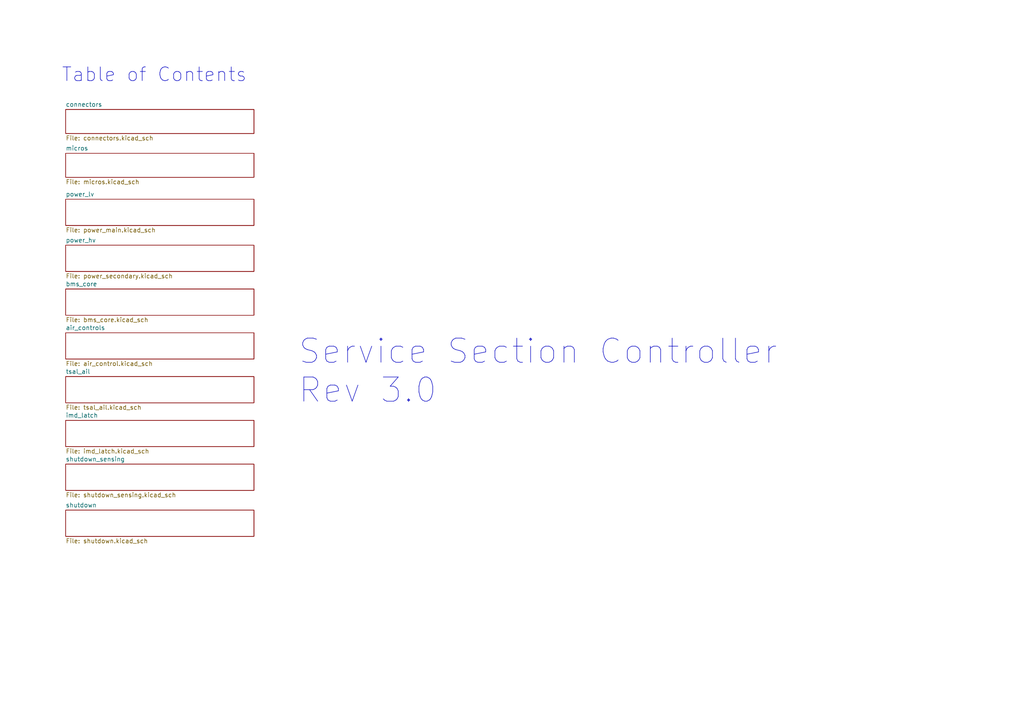
<source format=kicad_sch>
(kicad_sch (version 20211123) (generator eeschema)
  (paper "A4")
  (lib_symbols)
  (text "Table of Contents" (at 17.78 24.13 0) (effects (font (size 3.9878 3.9878)) (justify left bottom)))
  (text "Service Section Controller\nRev 3.0" (at 86.36 117.475 0) (effects (font (size 7.0104 7.0104)) (justify left bottom)))
  (sheet (at 19.05 71.12) (size 54.61 7.62)
    (property "Sheet name" "power_hv" (at 19.05 70.4084 0) (effects (justify left bottom)))
    (property "Sheet file" "power_secondary.kicad_sch" (at 19.05 79.3246 0) (effects (justify left top)))
  )
  (sheet (at 19.05 121.92) (size 54.61 7.62)
    (property "Sheet name" "imd_latch" (at 19.05 121.2084 0) (effects (justify left bottom)))
    (property "Sheet file" "imd_latch.kicad_sch" (at 19.05 130.1246 0) (effects (justify left top)))
  )
  (sheet (at 19.05 31.75) (size 54.61 6.985)
    (property "Sheet name" "connectors" (at 19.05 31.0384 0) (effects (justify left bottom)))
    (property "Sheet file" "connectors.kicad_sch" (at 19.05 39.3196 0) (effects (justify left top)))
  )
  (sheet (at 19.05 134.62) (size 54.61 7.62)
    (property "Sheet name" "shutdown_sensing" (at 19.05 133.9084 0) (effects (justify left bottom)))
    (property "Sheet file" "shutdown_sensing.kicad_sch" (at 19.05 142.8246 0) (effects (justify left top)))
  )
  (sheet (at 19.05 109.22) (size 54.61 7.62)
    (property "Sheet name" "tsal_ail" (at 19.05 108.5084 0) (effects (justify left bottom)))
    (property "Sheet file" "tsal_ail.kicad_sch" (at 19.05 117.4246 0) (effects (justify left top)))
  )
  (sheet (at 19.05 83.82) (size 54.61 7.62)
    (property "Sheet name" "bms_core" (at 19.05 83.1084 0) (effects (justify left bottom)))
    (property "Sheet file" "bms_core.kicad_sch" (at 19.05 92.0246 0) (effects (justify left top)))
  )
  (sheet (at 19.05 96.52) (size 54.61 7.62)
    (property "Sheet name" "air_controls" (at 19.05 95.8084 0) (effects (justify left bottom)))
    (property "Sheet file" "air_control.kicad_sch" (at 19.05 104.7246 0) (effects (justify left top)))
  )
  (sheet (at 19.05 44.45) (size 54.61 6.985)
    (property "Sheet name" "micros" (at 19.05 43.7384 0) (effects (justify left bottom)))
    (property "Sheet file" "micros.kicad_sch" (at 19.05 52.0196 0) (effects (justify left top)))
  )
  (sheet (at 19.05 147.955) (size 54.61 7.62)
    (property "Sheet name" "shutdown" (at 19.05 147.2434 0) (effects (justify left bottom)))
    (property "Sheet file" "shutdown.kicad_sch" (at 19.05 156.1596 0) (effects (justify left top)))
  )
  (sheet (at 19.05 57.785) (size 54.61 7.62)
    (property "Sheet name" "power_lv" (at 19.05 57.0734 0) (effects (justify left bottom)))
    (property "Sheet file" "power_main.kicad_sch" (at 19.05 65.9896 0) (effects (justify left top)))
  )
)
</source>
